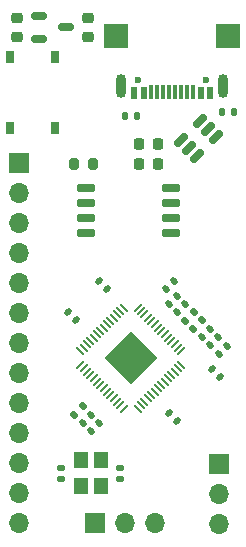
<source format=gbr>
%TF.GenerationSoftware,KiCad,Pcbnew,7.0.2*%
%TF.CreationDate,2023-08-01T18:38:05+02:00*%
%TF.ProjectId,RP2040_base_example,52503230-3430-45f6-9261-73655f657861,0.9*%
%TF.SameCoordinates,Original*%
%TF.FileFunction,Soldermask,Top*%
%TF.FilePolarity,Negative*%
%FSLAX46Y46*%
G04 Gerber Fmt 4.6, Leading zero omitted, Abs format (unit mm)*
G04 Created by KiCad (PCBNEW 7.0.2) date 2023-08-01 18:38:05*
%MOMM*%
%LPD*%
G01*
G04 APERTURE LIST*
G04 Aperture macros list*
%AMRoundRect*
0 Rectangle with rounded corners*
0 $1 Rounding radius*
0 $2 $3 $4 $5 $6 $7 $8 $9 X,Y pos of 4 corners*
0 Add a 4 corners polygon primitive as box body*
4,1,4,$2,$3,$4,$5,$6,$7,$8,$9,$2,$3,0*
0 Add four circle primitives for the rounded corners*
1,1,$1+$1,$2,$3*
1,1,$1+$1,$4,$5*
1,1,$1+$1,$6,$7*
1,1,$1+$1,$8,$9*
0 Add four rect primitives between the rounded corners*
20,1,$1+$1,$2,$3,$4,$5,0*
20,1,$1+$1,$4,$5,$6,$7,0*
20,1,$1+$1,$6,$7,$8,$9,0*
20,1,$1+$1,$8,$9,$2,$3,0*%
%AMRotRect*
0 Rectangle, with rotation*
0 The origin of the aperture is its center*
0 $1 length*
0 $2 width*
0 $3 Rotation angle, in degrees counterclockwise*
0 Add horizontal line*
21,1,$1,$2,0,0,$3*%
G04 Aperture macros list end*
%ADD10R,1.200000X1.400000*%
%ADD11RoundRect,0.140000X0.170000X-0.140000X0.170000X0.140000X-0.170000X0.140000X-0.170000X-0.140000X0*%
%ADD12RoundRect,0.150000X0.256326X0.468458X-0.468458X-0.256326X-0.256326X-0.468458X0.468458X0.256326X0*%
%ADD13RoundRect,0.140000X0.021213X-0.219203X0.219203X-0.021213X-0.021213X0.219203X-0.219203X0.021213X0*%
%ADD14RoundRect,0.225000X0.225000X0.250000X-0.225000X0.250000X-0.225000X-0.250000X0.225000X-0.250000X0*%
%ADD15RoundRect,0.225000X0.250000X-0.225000X0.250000X0.225000X-0.250000X0.225000X-0.250000X-0.225000X0*%
%ADD16RoundRect,0.140000X-0.170000X0.140000X-0.170000X-0.140000X0.170000X-0.140000X0.170000X0.140000X0*%
%ADD17RoundRect,0.140000X-0.021213X0.219203X-0.219203X0.021213X0.021213X-0.219203X0.219203X-0.021213X0*%
%ADD18R,1.700000X1.700000*%
%ADD19O,1.700000X1.700000*%
%ADD20RoundRect,0.150000X-0.512500X-0.150000X0.512500X-0.150000X0.512500X0.150000X-0.512500X0.150000X0*%
%ADD21RoundRect,0.140000X0.219203X0.021213X0.021213X0.219203X-0.219203X-0.021213X-0.021213X-0.219203X0*%
%ADD22R,0.750000X1.000000*%
%ADD23RoundRect,0.135000X0.135000X0.185000X-0.135000X0.185000X-0.135000X-0.185000X0.135000X-0.185000X0*%
%ADD24RoundRect,0.135000X-0.035355X0.226274X-0.226274X0.035355X0.035355X-0.226274X0.226274X-0.035355X0*%
%ADD25C,0.600000*%
%ADD26R,0.600000X1.040000*%
%ADD27R,0.600000X1.090000*%
%ADD28R,0.300000X1.160000*%
%ADD29R,2.000000X2.000000*%
%ADD30O,0.900000X2.000000*%
%ADD31RoundRect,0.150000X-0.650000X-0.150000X0.650000X-0.150000X0.650000X0.150000X-0.650000X0.150000X0*%
%ADD32RoundRect,0.135000X-0.135000X-0.185000X0.135000X-0.185000X0.135000X0.185000X-0.135000X0.185000X0*%
%ADD33RoundRect,0.140000X-0.219203X-0.021213X-0.021213X-0.219203X0.219203X0.021213X0.021213X0.219203X0*%
%ADD34RoundRect,0.050000X-0.309359X0.238649X0.238649X-0.309359X0.309359X-0.238649X-0.238649X0.309359X0*%
%ADD35RoundRect,0.050000X-0.309359X-0.238649X-0.238649X-0.309359X0.309359X0.238649X0.238649X0.309359X0*%
%ADD36RotRect,3.200000X3.200000X315.000000*%
%ADD37RoundRect,0.200000X0.200000X0.275000X-0.200000X0.275000X-0.200000X-0.275000X0.200000X-0.275000X0*%
G04 APERTURE END LIST*
D10*
%TO.C,Y1*%
X67770030Y-80643931D03*
X67770030Y-82843931D03*
X69470030Y-82843931D03*
X69470030Y-80643931D03*
%TD*%
D11*
%TO.C,C16*%
X71120030Y-82223931D03*
X71120030Y-81263931D03*
%TD*%
D12*
%TO.C,U2*%
X79176085Y-53242417D03*
X78504334Y-52570666D03*
X77832583Y-51898915D03*
X76223915Y-53507583D03*
X76895666Y-54179334D03*
X77567417Y-54851085D03*
%TD*%
D13*
%TO.C,C14*%
X78731657Y-70925197D03*
X79410479Y-70246375D03*
%TD*%
D14*
%TO.C,C17*%
X74275000Y-53850000D03*
X72725000Y-53850000D03*
%TD*%
D15*
%TO.C,C1*%
X68353827Y-44775000D03*
X68353827Y-43225000D03*
%TD*%
D13*
%TO.C,C11*%
X75196123Y-67389664D03*
X75874945Y-66710842D03*
%TD*%
D16*
%TO.C,C15*%
X66120030Y-81263931D03*
X66120030Y-82223931D03*
%TD*%
D17*
%TO.C,C3*%
X69312994Y-77515433D03*
X68634172Y-78194255D03*
%TD*%
D18*
%TO.C,J2*%
X62500000Y-55500000D03*
D19*
X62500000Y-58040000D03*
X62500000Y-60580000D03*
X62500000Y-63120000D03*
X62500000Y-65660000D03*
X62500000Y-68200000D03*
X62500000Y-70740000D03*
X62500000Y-73280000D03*
X62500000Y-75820000D03*
X62500000Y-78360000D03*
X62500000Y-80900000D03*
X62500000Y-83440000D03*
X62500000Y-85980000D03*
%TD*%
D13*
%TO.C,C4*%
X74998133Y-66173440D03*
X75676955Y-65494618D03*
%TD*%
D20*
%TO.C,U1*%
X64216327Y-43050000D03*
X64216327Y-44950000D03*
X66491327Y-44000000D03*
%TD*%
D21*
%TO.C,C7*%
X67389664Y-68803877D03*
X66710842Y-68125055D03*
%TD*%
D22*
%TO.C,SW1*%
X61795282Y-52500000D03*
X61795282Y-46500000D03*
X65545282Y-52500000D03*
X65545282Y-46500000D03*
%TD*%
D23*
%TO.C,R2*%
X72510000Y-51500000D03*
X71490000Y-51500000D03*
%TD*%
D24*
%TO.C,R4*%
X78017478Y-68810949D03*
X77296230Y-69532197D03*
%TD*%
D25*
%TO.C,J3*%
X78390000Y-48440000D03*
X72610000Y-48440000D03*
D26*
X78700000Y-49560000D03*
D27*
X77900000Y-49535000D03*
D28*
X76750000Y-49500000D03*
X75750000Y-49500000D03*
X75250000Y-49500000D03*
X74250000Y-49500000D03*
D27*
X73100000Y-49535000D03*
D26*
X72300000Y-49560000D03*
X72300000Y-49560000D03*
D27*
X73100000Y-49535000D03*
D28*
X73750000Y-49500000D03*
X74750000Y-49500000D03*
X76250000Y-49500000D03*
X77250000Y-49500000D03*
D27*
X77900000Y-49535000D03*
D26*
X78700000Y-49560000D03*
D29*
X80250000Y-44760000D03*
D30*
X79820000Y-48960000D03*
X71180000Y-48960000D03*
D29*
X70750000Y-44760000D03*
%TD*%
D17*
%TO.C,C8*%
X68605887Y-76808326D03*
X67927065Y-77487148D03*
%TD*%
D18*
%TO.C,SWD1*%
X68975000Y-86000000D03*
D19*
X71515000Y-86000000D03*
X74055000Y-86000000D03*
%TD*%
D31*
%TO.C,U4*%
X68202010Y-57565068D03*
X68202010Y-58835068D03*
X68202010Y-60105068D03*
X68202010Y-61375068D03*
X75402010Y-61375068D03*
X75402010Y-60105068D03*
X75402010Y-58835068D03*
X75402010Y-57565068D03*
%TD*%
D13*
%TO.C,C12*%
X75903230Y-68096770D03*
X76582052Y-67417948D03*
%TD*%
D32*
%TO.C,R1*%
X79690000Y-51200000D03*
X80710000Y-51200000D03*
%TD*%
D13*
%TO.C,C5*%
X79438764Y-71632304D03*
X80117586Y-70953482D03*
%TD*%
D21*
%TO.C,C6*%
X70020101Y-66173440D03*
X69341279Y-65494618D03*
%TD*%
D33*
%TO.C,C10*%
X78887220Y-72919239D03*
X79566042Y-73598061D03*
%TD*%
D24*
%TO.C,R3*%
X77310371Y-68103842D03*
X76589123Y-68825090D03*
%TD*%
D13*
%TO.C,C13*%
X78024550Y-70218091D03*
X78703372Y-69539269D03*
%TD*%
D34*
%TO.C,U3*%
X71407798Y-67730843D03*
X71124955Y-68013686D03*
X70842113Y-68296528D03*
X70559270Y-68579371D03*
X70276427Y-68862214D03*
X69993585Y-69145056D03*
X69710742Y-69427899D03*
X69427899Y-69710742D03*
X69145056Y-69993585D03*
X68862214Y-70276427D03*
X68579371Y-70559270D03*
X68296528Y-70842113D03*
X68013686Y-71124955D03*
X67730843Y-71407798D03*
D35*
X67730843Y-72592202D03*
X68013686Y-72875045D03*
X68296528Y-73157887D03*
X68579371Y-73440730D03*
X68862214Y-73723573D03*
X69145056Y-74006415D03*
X69427899Y-74289258D03*
X69710742Y-74572101D03*
X69993585Y-74854944D03*
X70276427Y-75137786D03*
X70559270Y-75420629D03*
X70842113Y-75703472D03*
X71124955Y-75986314D03*
X71407798Y-76269157D03*
D34*
X72592202Y-76269157D03*
X72875045Y-75986314D03*
X73157887Y-75703472D03*
X73440730Y-75420629D03*
X73723573Y-75137786D03*
X74006415Y-74854944D03*
X74289258Y-74572101D03*
X74572101Y-74289258D03*
X74854944Y-74006415D03*
X75137786Y-73723573D03*
X75420629Y-73440730D03*
X75703472Y-73157887D03*
X75986314Y-72875045D03*
X76269157Y-72592202D03*
D35*
X76269157Y-71407798D03*
X75986314Y-71124955D03*
X75703472Y-70842113D03*
X75420629Y-70559270D03*
X75137786Y-70276427D03*
X74854944Y-69993585D03*
X74572101Y-69710742D03*
X74289258Y-69427899D03*
X74006415Y-69145056D03*
X73723573Y-68862214D03*
X73440730Y-68579371D03*
X73157887Y-68296528D03*
X72875045Y-68013686D03*
X72592202Y-67730843D03*
D36*
X72000000Y-72000000D03*
%TD*%
D33*
%TO.C,C9*%
X75196123Y-76610336D03*
X75874945Y-77289158D03*
%TD*%
D14*
%TO.C,C18*%
X74275000Y-55580981D03*
X72725000Y-55580981D03*
%TD*%
D24*
%TO.C,R5*%
X67919993Y-76080007D03*
X67198745Y-76801255D03*
%TD*%
D15*
%TO.C,C2*%
X62353827Y-44775000D03*
X62353827Y-43225000D03*
%TD*%
D37*
%TO.C,R6*%
X68825000Y-55580981D03*
X67175000Y-55580981D03*
%TD*%
D18*
%TO.C,J1*%
X79500000Y-80960000D03*
D19*
X79500000Y-83500000D03*
X79500000Y-86040000D03*
%TD*%
M02*

</source>
